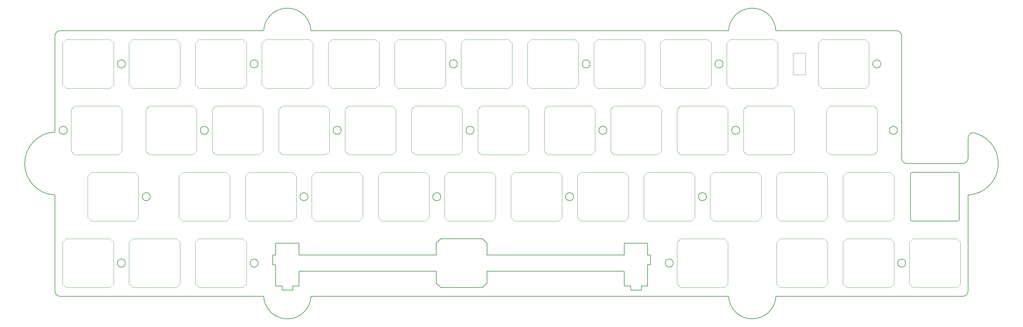
<source format=gbr>
%TF.GenerationSoftware,KiCad,Pcbnew,(7.0.0)*%
%TF.CreationDate,2024-03-29T18:45:50+01:00*%
%TF.ProjectId,plate 625u,706c6174-6520-4363-9235-752e6b696361,rev?*%
%TF.SameCoordinates,Original*%
%TF.FileFunction,Profile,NP*%
%FSLAX46Y46*%
G04 Gerber Fmt 4.6, Leading zero omitted, Abs format (unit mm)*
G04 Created by KiCad (PCBNEW (7.0.0)) date 2024-03-29 18:45:50*
%MOMM*%
%LPD*%
G01*
G04 APERTURE LIST*
%TA.AperFunction,Profile*%
%ADD10C,0.200000*%
%TD*%
%TA.AperFunction,Profile*%
%ADD11C,0.100000*%
%TD*%
%TA.AperFunction,Profile*%
%ADD12C,0.120000*%
%TD*%
G04 APERTURE END LIST*
D10*
X187471150Y-109251750D02*
X188334750Y-109251750D01*
X90050000Y-89693750D02*
G75*
G03*
X90050000Y-89693750I-1150000J0D01*
G01*
X75762500Y-108743750D02*
G75*
G03*
X75762500Y-108743750I-1150000J0D01*
G01*
X128144750Y-115743750D02*
X140142750Y-115743750D01*
X85667750Y-116516150D02*
X82619750Y-116516150D01*
X87471150Y-111043750D02*
X87471150Y-115347750D01*
X79952750Y-106457750D02*
X80816350Y-106457750D01*
X80816350Y-103054150D02*
X87471150Y-103054150D01*
X276875050Y-83193750D02*
G75*
G03*
X276375000Y-82693750I-500050J-50D01*
G01*
X224281999Y-42068750D02*
G75*
G03*
X210693001Y-42068750I-6794499J-322132D01*
G01*
X182619750Y-116516150D02*
X185667750Y-116516150D01*
X20993750Y-70643750D02*
G75*
G03*
X20993750Y-70643750I-1150000J0D01*
G01*
X82619750Y-116516150D02*
X82619750Y-115347750D01*
X185667750Y-115347750D02*
X187471150Y-115347750D01*
X213875000Y-70643750D02*
G75*
G03*
X213875000Y-70643750I-1150000J0D01*
G01*
X260350050Y-43568750D02*
G75*
G03*
X258850000Y-42068750I-1500050J-50D01*
G01*
X210693000Y-42068750D02*
X90932000Y-42068750D01*
X260349950Y-78668750D02*
G75*
G03*
X261850000Y-80168750I1500050J50D01*
G01*
X126843750Y-103045620D02*
X126842101Y-106444250D01*
X180816350Y-111043750D02*
X180816350Y-115347750D01*
X99575000Y-70643750D02*
G75*
G03*
X99575000Y-70643750I-1150000J0D01*
G01*
X279400000Y-116768750D02*
X279400000Y-89198450D01*
D11*
X229185478Y-48521594D02*
X232777022Y-48521594D01*
X232777022Y-48521594D02*
X232777022Y-54665906D01*
X232777022Y-54665906D02*
X229185478Y-54665906D01*
X229185478Y-54665906D02*
X229185478Y-48521594D01*
D10*
X126845399Y-111044120D02*
X126843750Y-114442750D01*
X132912500Y-51593750D02*
G75*
G03*
X132912500Y-51593750I-1150000J0D01*
G01*
X128150000Y-89693750D02*
G75*
G03*
X128150000Y-89693750I-1150000J0D01*
G01*
X209112500Y-51593750D02*
G75*
G03*
X209112500Y-51593750I-1150000J0D01*
G01*
X128144750Y-101743750D02*
X140142750Y-101743750D01*
X17462500Y-89198450D02*
X17462500Y-116768750D01*
X210693001Y-118268750D02*
G75*
G03*
X224281999Y-118268750I6794499J322132D01*
G01*
X85667750Y-115347750D02*
X85667750Y-116516150D01*
X260350000Y-78668750D02*
X260350000Y-43568750D01*
X61475000Y-70643750D02*
G75*
G03*
X61475000Y-70643750I-1150000J0D01*
G01*
X175775000Y-70643750D02*
G75*
G03*
X175775000Y-70643750I-1150000J0D01*
G01*
X37662500Y-51593750D02*
G75*
G03*
X37662500Y-51593750I-1150000J0D01*
G01*
X254356250Y-51593750D02*
G75*
G03*
X254356250Y-51593750I-1150000J0D01*
G01*
X18962500Y-42068750D02*
G75*
G03*
X17462500Y-43568750I0J-1500000D01*
G01*
X188334750Y-109251750D02*
X188334750Y-106457750D01*
X80816350Y-109251750D02*
X79952750Y-109251750D01*
X185667750Y-116516150D02*
X185667750Y-115347750D01*
X277900000Y-118268700D02*
G75*
G03*
X279400000Y-116768750I0J1500000D01*
G01*
X279400000Y-72864821D02*
X279400000Y-78668750D01*
X126845399Y-111044120D02*
X87471150Y-111043750D01*
X82619750Y-115347750D02*
X80816350Y-115347750D01*
X87471150Y-115347750D02*
X85667750Y-115347750D01*
X75762500Y-51593750D02*
G75*
G03*
X75762500Y-51593750I-1150000J0D01*
G01*
X141445399Y-111044120D02*
X141443750Y-114442750D01*
X180816350Y-106443750D02*
X141442101Y-106444250D01*
X141443750Y-103044750D02*
X141442101Y-106443380D01*
X90932000Y-118268750D02*
X210693000Y-118268750D01*
X281270026Y-71411156D02*
G75*
G03*
X279400000Y-72864821I-370026J-1453644D01*
G01*
X188334750Y-106457750D02*
X187471150Y-106457750D01*
X141445399Y-111044120D02*
X180816350Y-111043750D01*
X277900000Y-80168750D02*
X261850000Y-80168750D01*
X166250000Y-89693750D02*
G75*
G03*
X166250000Y-89693750I-1150000J0D01*
G01*
X37662500Y-108743750D02*
G75*
G03*
X37662500Y-108743750I-1150000J0D01*
G01*
X18962500Y-118268750D02*
X77343000Y-118268750D01*
X187471150Y-106457750D02*
X187471150Y-103054150D01*
X182619750Y-115347750D02*
X182619750Y-116516150D01*
X79952750Y-109251750D02*
X79952750Y-106457750D01*
X262874950Y-96193750D02*
G75*
G03*
X263375000Y-96693750I500050J50D01*
G01*
X279400000Y-89198450D02*
G75*
G03*
X281270021Y-71411175I-359190J9029700D01*
G01*
X141443750Y-114442750D02*
X140142750Y-115743750D01*
X17462500Y-43568750D02*
X17462500Y-71139050D01*
X90931999Y-42068750D02*
G75*
G03*
X77343001Y-42068750I-6794499J-322132D01*
G01*
X80816350Y-106457750D02*
X80816350Y-103054150D01*
X276875000Y-96193750D02*
X276875000Y-83193750D01*
X141443750Y-103044750D02*
X140142750Y-101743750D01*
X187471150Y-115347750D02*
X187471150Y-109251750D01*
X77343001Y-118268750D02*
G75*
G03*
X90931999Y-118268750I6794499J322132D01*
G01*
X263375000Y-82693800D02*
G75*
G03*
X262875000Y-83193750I0J-500000D01*
G01*
X276375000Y-82693750D02*
X263375000Y-82693750D01*
X126843750Y-114442750D02*
X128144750Y-115743750D01*
X262875000Y-83193750D02*
X262875000Y-96193750D01*
X87471150Y-106443750D02*
X126842101Y-106444250D01*
X171012500Y-51593750D02*
G75*
G03*
X171012500Y-51593750I-1150000J0D01*
G01*
X80816350Y-115347750D02*
X80816350Y-109251750D01*
X194825000Y-108743750D02*
G75*
G03*
X194825000Y-108743750I-1150000J0D01*
G01*
X259118750Y-70643750D02*
G75*
G03*
X259118750Y-70643750I-1150000J0D01*
G01*
X77343000Y-42068750D02*
X18962500Y-42068750D01*
X261500000Y-108743750D02*
G75*
G03*
X261500000Y-108743750I-1150000J0D01*
G01*
X224282000Y-118268750D02*
X277900000Y-118268750D01*
X87471150Y-103054150D02*
X87471150Y-106443750D01*
X276375000Y-96693700D02*
G75*
G03*
X276875000Y-96193750I0J500000D01*
G01*
X126843750Y-103044750D02*
X128144750Y-101743750D01*
X187471150Y-103054150D02*
X180816350Y-103054150D01*
X17462500Y-71139050D02*
G75*
G03*
X17462500Y-89198450I359190J-9029700D01*
G01*
X180816350Y-103054150D02*
X180816350Y-106443750D01*
X17462450Y-116768750D02*
G75*
G03*
X18962500Y-118268750I1500050J50D01*
G01*
X277900000Y-80168700D02*
G75*
G03*
X279400000Y-78668750I0J1500000D01*
G01*
X180816350Y-115347750D02*
X182619750Y-115347750D01*
X44806250Y-89693750D02*
G75*
G03*
X44806250Y-89693750I-1150000J0D01*
G01*
X258850000Y-42068750D02*
X224282000Y-42068750D01*
X137675000Y-70643750D02*
G75*
G03*
X137675000Y-70643750I-1150000J0D01*
G01*
X204350000Y-89693750D02*
G75*
G03*
X204350000Y-89693750I-1150000J0D01*
G01*
X263375000Y-96693750D02*
X276375000Y-96693750D01*
D12*
%TO.C,REF\u002A\u002A*%
X236381250Y-45593750D02*
X236381250Y-57593750D01*
X236381250Y-57593750D02*
X237381250Y-58593750D01*
X237381250Y-44593750D02*
X236381250Y-45593750D01*
X237381250Y-58593750D02*
X249981250Y-58593750D01*
X249981250Y-44593750D02*
X237381250Y-44593750D01*
X249981250Y-44593750D02*
X250981250Y-45593750D01*
X249981250Y-58593750D02*
X250981250Y-57593750D01*
X250981250Y-57593750D02*
X250981250Y-45593750D01*
X81600000Y-64643750D02*
X81600000Y-76643750D01*
X81600000Y-76643750D02*
X82600000Y-77643750D01*
X82600000Y-63643750D02*
X81600000Y-64643750D01*
X82600000Y-77643750D02*
X95200000Y-77643750D01*
X95200000Y-63643750D02*
X82600000Y-63643750D01*
X95200000Y-63643750D02*
X96200000Y-64643750D01*
X95200000Y-77643750D02*
X96200000Y-76643750D01*
X96200000Y-76643750D02*
X96200000Y-64643750D01*
X157800000Y-64643750D02*
X157800000Y-76643750D01*
X157800000Y-76643750D02*
X158800000Y-77643750D01*
X158800000Y-63643750D02*
X157800000Y-64643750D01*
X158800000Y-77643750D02*
X171400000Y-77643750D01*
X171400000Y-63643750D02*
X158800000Y-63643750D01*
X171400000Y-63643750D02*
X172400000Y-64643750D01*
X171400000Y-77643750D02*
X172400000Y-76643750D01*
X172400000Y-76643750D02*
X172400000Y-64643750D01*
X22068750Y-64643750D02*
X22068750Y-76643750D01*
X22068750Y-76643750D02*
X23068750Y-77643750D01*
X23068750Y-63643750D02*
X22068750Y-64643750D01*
X23068750Y-77643750D02*
X35668750Y-77643750D01*
X35668750Y-63643750D02*
X23068750Y-63643750D01*
X35668750Y-63643750D02*
X36668750Y-64643750D01*
X35668750Y-77643750D02*
X36668750Y-76643750D01*
X36668750Y-76643750D02*
X36668750Y-64643750D01*
X38737500Y-45593750D02*
X38737500Y-57593750D01*
X38737500Y-57593750D02*
X39737500Y-58593750D01*
X39737500Y-44593750D02*
X38737500Y-45593750D01*
X39737500Y-58593750D02*
X52337500Y-58593750D01*
X52337500Y-44593750D02*
X39737500Y-44593750D01*
X52337500Y-44593750D02*
X53337500Y-45593750D01*
X52337500Y-58593750D02*
X53337500Y-57593750D01*
X53337500Y-57593750D02*
X53337500Y-45593750D01*
X205425000Y-83693750D02*
X205425000Y-95693750D01*
X205425000Y-95693750D02*
X206425000Y-96693750D01*
X206425000Y-82693750D02*
X205425000Y-83693750D01*
X206425000Y-96693750D02*
X219025000Y-96693750D01*
X219025000Y-82693750D02*
X206425000Y-82693750D01*
X219025000Y-82693750D02*
X220025000Y-83693750D01*
X219025000Y-96693750D02*
X220025000Y-95693750D01*
X220025000Y-95693750D02*
X220025000Y-83693750D01*
X138750000Y-64643750D02*
X138750000Y-76643750D01*
X138750000Y-76643750D02*
X139750000Y-77643750D01*
X139750000Y-63643750D02*
X138750000Y-64643750D01*
X139750000Y-77643750D02*
X152350000Y-77643750D01*
X152350000Y-63643750D02*
X139750000Y-63643750D01*
X152350000Y-63643750D02*
X153350000Y-64643750D01*
X152350000Y-77643750D02*
X153350000Y-76643750D01*
X153350000Y-76643750D02*
X153350000Y-64643750D01*
X210187500Y-45593750D02*
X210187500Y-57593750D01*
X210187500Y-57593750D02*
X211187500Y-58593750D01*
X211187500Y-44593750D02*
X210187500Y-45593750D01*
X211187500Y-58593750D02*
X223787500Y-58593750D01*
X223787500Y-44593750D02*
X211187500Y-44593750D01*
X223787500Y-44593750D02*
X224787500Y-45593750D01*
X223787500Y-58593750D02*
X224787500Y-57593750D01*
X224787500Y-57593750D02*
X224787500Y-45593750D01*
X38737500Y-102743750D02*
X38737500Y-114743750D01*
X38737500Y-114743750D02*
X39737500Y-115743750D01*
X39737500Y-101743750D02*
X38737500Y-102743750D01*
X39737500Y-115743750D02*
X52337500Y-115743750D01*
X52337500Y-101743750D02*
X39737500Y-101743750D01*
X52337500Y-101743750D02*
X53337500Y-102743750D01*
X52337500Y-115743750D02*
X53337500Y-114743750D01*
X53337500Y-114743750D02*
X53337500Y-102743750D01*
X119700000Y-64643750D02*
X119700000Y-76643750D01*
X119700000Y-76643750D02*
X120700000Y-77643750D01*
X120700000Y-63643750D02*
X119700000Y-64643750D01*
X120700000Y-77643750D02*
X133300000Y-77643750D01*
X133300000Y-63643750D02*
X120700000Y-63643750D01*
X133300000Y-63643750D02*
X134300000Y-64643750D01*
X133300000Y-77643750D02*
X134300000Y-76643750D01*
X134300000Y-76643750D02*
X134300000Y-64643750D01*
X167325000Y-83693750D02*
X167325000Y-95693750D01*
X167325000Y-95693750D02*
X168325000Y-96693750D01*
X168325000Y-82693750D02*
X167325000Y-83693750D01*
X168325000Y-96693750D02*
X180925000Y-96693750D01*
X180925000Y-82693750D02*
X168325000Y-82693750D01*
X180925000Y-82693750D02*
X181925000Y-83693750D01*
X180925000Y-96693750D02*
X181925000Y-95693750D01*
X181925000Y-95693750D02*
X181925000Y-83693750D01*
X224475000Y-83693750D02*
X224475000Y-95693750D01*
X224475000Y-95693750D02*
X225475000Y-96693750D01*
X225475000Y-82693750D02*
X224475000Y-83693750D01*
X225475000Y-96693750D02*
X238075000Y-96693750D01*
X238075000Y-82693750D02*
X225475000Y-82693750D01*
X238075000Y-82693750D02*
X239075000Y-83693750D01*
X238075000Y-96693750D02*
X239075000Y-95693750D01*
X239075000Y-95693750D02*
X239075000Y-83693750D01*
X195900000Y-102743750D02*
X195900000Y-114743750D01*
X195900000Y-114743750D02*
X196900000Y-115743750D01*
X196900000Y-101743750D02*
X195900000Y-102743750D01*
X196900000Y-115743750D02*
X209500000Y-115743750D01*
X209500000Y-101743750D02*
X196900000Y-101743750D01*
X209500000Y-101743750D02*
X210500000Y-102743750D01*
X209500000Y-115743750D02*
X210500000Y-114743750D01*
X210500000Y-114743750D02*
X210500000Y-102743750D01*
X19687500Y-102743750D02*
X19687500Y-114743750D01*
X19687500Y-114743750D02*
X20687500Y-115743750D01*
X20687500Y-101743750D02*
X19687500Y-102743750D01*
X20687500Y-115743750D02*
X33287500Y-115743750D01*
X33287500Y-101743750D02*
X20687500Y-101743750D01*
X33287500Y-101743750D02*
X34287500Y-102743750D01*
X33287500Y-115743750D02*
X34287500Y-114743750D01*
X34287500Y-114743750D02*
X34287500Y-102743750D01*
X243525000Y-102743750D02*
X243525000Y-114743750D01*
X243525000Y-114743750D02*
X244525000Y-115743750D01*
X244525000Y-101743750D02*
X243525000Y-102743750D01*
X244525000Y-115743750D02*
X257125000Y-115743750D01*
X257125000Y-101743750D02*
X244525000Y-101743750D01*
X257125000Y-101743750D02*
X258125000Y-102743750D01*
X257125000Y-115743750D02*
X258125000Y-114743750D01*
X258125000Y-114743750D02*
X258125000Y-102743750D01*
X186375000Y-83693750D02*
X186375000Y-95693750D01*
X186375000Y-95693750D02*
X187375000Y-96693750D01*
X187375000Y-82693750D02*
X186375000Y-83693750D01*
X187375000Y-96693750D02*
X199975000Y-96693750D01*
X199975000Y-82693750D02*
X187375000Y-82693750D01*
X199975000Y-82693750D02*
X200975000Y-83693750D01*
X199975000Y-96693750D02*
X200975000Y-95693750D01*
X200975000Y-95693750D02*
X200975000Y-83693750D01*
X57787500Y-45593750D02*
X57787500Y-57593750D01*
X57787500Y-57593750D02*
X58787500Y-58593750D01*
X58787500Y-44593750D02*
X57787500Y-45593750D01*
X58787500Y-58593750D02*
X71387500Y-58593750D01*
X71387500Y-44593750D02*
X58787500Y-44593750D01*
X71387500Y-44593750D02*
X72387500Y-45593750D01*
X71387500Y-58593750D02*
X72387500Y-57593750D01*
X72387500Y-57593750D02*
X72387500Y-45593750D01*
X172087500Y-45593750D02*
X172087500Y-57593750D01*
X172087500Y-57593750D02*
X173087500Y-58593750D01*
X173087500Y-44593750D02*
X172087500Y-45593750D01*
X173087500Y-58593750D02*
X185687500Y-58593750D01*
X185687500Y-44593750D02*
X173087500Y-44593750D01*
X185687500Y-44593750D02*
X186687500Y-45593750D01*
X185687500Y-58593750D02*
X186687500Y-57593750D01*
X186687500Y-57593750D02*
X186687500Y-45593750D01*
X214950000Y-64643750D02*
X214950000Y-76643750D01*
X214950000Y-76643750D02*
X215950000Y-77643750D01*
X215950000Y-63643750D02*
X214950000Y-64643750D01*
X215950000Y-77643750D02*
X228550000Y-77643750D01*
X228550000Y-63643750D02*
X215950000Y-63643750D01*
X228550000Y-63643750D02*
X229550000Y-64643750D01*
X228550000Y-77643750D02*
X229550000Y-76643750D01*
X229550000Y-76643750D02*
X229550000Y-64643750D01*
X26831250Y-83693750D02*
X26831250Y-95693750D01*
X26831250Y-95693750D02*
X27831250Y-96693750D01*
X27831250Y-82693750D02*
X26831250Y-83693750D01*
X27831250Y-96693750D02*
X40431250Y-96693750D01*
X40431250Y-82693750D02*
X27831250Y-82693750D01*
X40431250Y-82693750D02*
X41431250Y-83693750D01*
X40431250Y-96693750D02*
X41431250Y-95693750D01*
X41431250Y-95693750D02*
X41431250Y-83693750D01*
X191137500Y-45593750D02*
X191137500Y-57593750D01*
X191137500Y-57593750D02*
X192137500Y-58593750D01*
X192137500Y-44593750D02*
X191137500Y-45593750D01*
X192137500Y-58593750D02*
X204737500Y-58593750D01*
X204737500Y-44593750D02*
X192137500Y-44593750D01*
X204737500Y-44593750D02*
X205737500Y-45593750D01*
X204737500Y-58593750D02*
X205737500Y-57593750D01*
X205737500Y-57593750D02*
X205737500Y-45593750D01*
X19687500Y-45593750D02*
X19687500Y-57593750D01*
X19687500Y-57593750D02*
X20687500Y-58593750D01*
X20687500Y-44593750D02*
X19687500Y-45593750D01*
X20687500Y-58593750D02*
X33287500Y-58593750D01*
X33287500Y-44593750D02*
X20687500Y-44593750D01*
X33287500Y-44593750D02*
X34287500Y-45593750D01*
X33287500Y-58593750D02*
X34287500Y-57593750D01*
X34287500Y-57593750D02*
X34287500Y-45593750D01*
X43500000Y-64643750D02*
X43500000Y-76643750D01*
X43500000Y-76643750D02*
X44500000Y-77643750D01*
X44500000Y-63643750D02*
X43500000Y-64643750D01*
X44500000Y-77643750D02*
X57100000Y-77643750D01*
X57100000Y-63643750D02*
X44500000Y-63643750D01*
X57100000Y-63643750D02*
X58100000Y-64643750D01*
X57100000Y-77643750D02*
X58100000Y-76643750D01*
X58100000Y-76643750D02*
X58100000Y-64643750D01*
X262575000Y-102743750D02*
X262575000Y-114743750D01*
X262575000Y-114743750D02*
X263575000Y-115743750D01*
X263575000Y-101743750D02*
X262575000Y-102743750D01*
X263575000Y-115743750D02*
X276175000Y-115743750D01*
X276175000Y-101743750D02*
X263575000Y-101743750D01*
X276175000Y-101743750D02*
X277175000Y-102743750D01*
X276175000Y-115743750D02*
X277175000Y-114743750D01*
X277175000Y-114743750D02*
X277175000Y-102743750D01*
X243525000Y-83693750D02*
X243525000Y-95693750D01*
X243525000Y-95693750D02*
X244525000Y-96693750D01*
X244525000Y-82693750D02*
X243525000Y-83693750D01*
X244525000Y-96693750D02*
X257125000Y-96693750D01*
X257125000Y-82693750D02*
X244525000Y-82693750D01*
X257125000Y-82693750D02*
X258125000Y-83693750D01*
X257125000Y-96693750D02*
X258125000Y-95693750D01*
X258125000Y-95693750D02*
X258125000Y-83693750D01*
X57787500Y-102743750D02*
X57787500Y-114743750D01*
X57787500Y-114743750D02*
X58787500Y-115743750D01*
X58787500Y-101743750D02*
X57787500Y-102743750D01*
X58787500Y-115743750D02*
X71387500Y-115743750D01*
X71387500Y-101743750D02*
X58787500Y-101743750D01*
X71387500Y-101743750D02*
X72387500Y-102743750D01*
X71387500Y-115743750D02*
X72387500Y-114743750D01*
X72387500Y-114743750D02*
X72387500Y-102743750D01*
X62550000Y-64643750D02*
X62550000Y-76643750D01*
X62550000Y-76643750D02*
X63550000Y-77643750D01*
X63550000Y-63643750D02*
X62550000Y-64643750D01*
X63550000Y-77643750D02*
X76150000Y-77643750D01*
X76150000Y-63643750D02*
X63550000Y-63643750D01*
X76150000Y-63643750D02*
X77150000Y-64643750D01*
X76150000Y-77643750D02*
X77150000Y-76643750D01*
X77150000Y-76643750D02*
X77150000Y-64643750D01*
X153037500Y-45593750D02*
X153037500Y-57593750D01*
X153037500Y-57593750D02*
X154037500Y-58593750D01*
X154037500Y-44593750D02*
X153037500Y-45593750D01*
X154037500Y-58593750D02*
X166637500Y-58593750D01*
X166637500Y-44593750D02*
X154037500Y-44593750D01*
X166637500Y-44593750D02*
X167637500Y-45593750D01*
X166637500Y-58593750D02*
X167637500Y-57593750D01*
X167637500Y-57593750D02*
X167637500Y-45593750D01*
X148275000Y-83693750D02*
X148275000Y-95693750D01*
X148275000Y-95693750D02*
X149275000Y-96693750D01*
X149275000Y-82693750D02*
X148275000Y-83693750D01*
X149275000Y-96693750D02*
X161875000Y-96693750D01*
X161875000Y-82693750D02*
X149275000Y-82693750D01*
X161875000Y-82693750D02*
X162875000Y-83693750D01*
X161875000Y-96693750D02*
X162875000Y-95693750D01*
X162875000Y-95693750D02*
X162875000Y-83693750D01*
X133987500Y-45593750D02*
X133987500Y-57593750D01*
X133987500Y-57593750D02*
X134987500Y-58593750D01*
X134987500Y-44593750D02*
X133987500Y-45593750D01*
X134987500Y-58593750D02*
X147587500Y-58593750D01*
X147587500Y-44593750D02*
X134987500Y-44593750D01*
X147587500Y-44593750D02*
X148587500Y-45593750D01*
X147587500Y-58593750D02*
X148587500Y-57593750D01*
X148587500Y-57593750D02*
X148587500Y-45593750D01*
X238762500Y-64643750D02*
X238762500Y-76643750D01*
X238762500Y-76643750D02*
X239762500Y-77643750D01*
X239762500Y-63643750D02*
X238762500Y-64643750D01*
X239762500Y-77643750D02*
X252362500Y-77643750D01*
X252362500Y-63643750D02*
X239762500Y-63643750D01*
X252362500Y-63643750D02*
X253362500Y-64643750D01*
X252362500Y-77643750D02*
X253362500Y-76643750D01*
X253362500Y-76643750D02*
X253362500Y-64643750D01*
X100650000Y-64643750D02*
X100650000Y-76643750D01*
X100650000Y-76643750D02*
X101650000Y-77643750D01*
X101650000Y-63643750D02*
X100650000Y-64643750D01*
X101650000Y-77643750D02*
X114250000Y-77643750D01*
X114250000Y-63643750D02*
X101650000Y-63643750D01*
X114250000Y-63643750D02*
X115250000Y-64643750D01*
X114250000Y-77643750D02*
X115250000Y-76643750D01*
X115250000Y-76643750D02*
X115250000Y-64643750D01*
X110175000Y-83693750D02*
X110175000Y-95693750D01*
X110175000Y-95693750D02*
X111175000Y-96693750D01*
X111175000Y-82693750D02*
X110175000Y-83693750D01*
X111175000Y-96693750D02*
X123775000Y-96693750D01*
X123775000Y-82693750D02*
X111175000Y-82693750D01*
X123775000Y-82693750D02*
X124775000Y-83693750D01*
X123775000Y-96693750D02*
X124775000Y-95693750D01*
X124775000Y-95693750D02*
X124775000Y-83693750D01*
X114937500Y-45593750D02*
X114937500Y-57593750D01*
X114937500Y-57593750D02*
X115937500Y-58593750D01*
X115937500Y-44593750D02*
X114937500Y-45593750D01*
X115937500Y-58593750D02*
X128537500Y-58593750D01*
X128537500Y-44593750D02*
X115937500Y-44593750D01*
X128537500Y-44593750D02*
X129537500Y-45593750D01*
X128537500Y-58593750D02*
X129537500Y-57593750D01*
X129537500Y-57593750D02*
X129537500Y-45593750D01*
X91125000Y-83693750D02*
X91125000Y-95693750D01*
X91125000Y-95693750D02*
X92125000Y-96693750D01*
X92125000Y-82693750D02*
X91125000Y-83693750D01*
X92125000Y-96693750D02*
X104725000Y-96693750D01*
X104725000Y-82693750D02*
X92125000Y-82693750D01*
X104725000Y-82693750D02*
X105725000Y-83693750D01*
X104725000Y-96693750D02*
X105725000Y-95693750D01*
X105725000Y-95693750D02*
X105725000Y-83693750D01*
X72075000Y-83693750D02*
X72075000Y-95693750D01*
X72075000Y-95693750D02*
X73075000Y-96693750D01*
X73075000Y-82693750D02*
X72075000Y-83693750D01*
X73075000Y-96693750D02*
X85675000Y-96693750D01*
X85675000Y-82693750D02*
X73075000Y-82693750D01*
X85675000Y-82693750D02*
X86675000Y-83693750D01*
X85675000Y-96693750D02*
X86675000Y-95693750D01*
X86675000Y-95693750D02*
X86675000Y-83693750D01*
X53025000Y-83693750D02*
X53025000Y-95693750D01*
X53025000Y-95693750D02*
X54025000Y-96693750D01*
X54025000Y-82693750D02*
X53025000Y-83693750D01*
X54025000Y-96693750D02*
X66625000Y-96693750D01*
X66625000Y-82693750D02*
X54025000Y-82693750D01*
X66625000Y-82693750D02*
X67625000Y-83693750D01*
X66625000Y-96693750D02*
X67625000Y-95693750D01*
X67625000Y-95693750D02*
X67625000Y-83693750D01*
X76837500Y-45593750D02*
X76837500Y-57593750D01*
X76837500Y-57593750D02*
X77837500Y-58593750D01*
X77837500Y-44593750D02*
X76837500Y-45593750D01*
X77837500Y-58593750D02*
X90437500Y-58593750D01*
X90437500Y-44593750D02*
X77837500Y-44593750D01*
X90437500Y-44593750D02*
X91437500Y-45593750D01*
X90437500Y-58593750D02*
X91437500Y-57593750D01*
X91437500Y-57593750D02*
X91437500Y-45593750D01*
X195900000Y-64643750D02*
X195900000Y-76643750D01*
X195900000Y-76643750D02*
X196900000Y-77643750D01*
X196900000Y-63643750D02*
X195900000Y-64643750D01*
X196900000Y-77643750D02*
X209500000Y-77643750D01*
X209500000Y-63643750D02*
X196900000Y-63643750D01*
X209500000Y-63643750D02*
X210500000Y-64643750D01*
X209500000Y-77643750D02*
X210500000Y-76643750D01*
X210500000Y-76643750D02*
X210500000Y-64643750D01*
X224475000Y-102743750D02*
X224475000Y-114743750D01*
X224475000Y-114743750D02*
X225475000Y-115743750D01*
X225475000Y-101743750D02*
X224475000Y-102743750D01*
X225475000Y-115743750D02*
X238075000Y-115743750D01*
X238075000Y-101743750D02*
X225475000Y-101743750D01*
X238075000Y-101743750D02*
X239075000Y-102743750D01*
X238075000Y-115743750D02*
X239075000Y-114743750D01*
X239075000Y-114743750D02*
X239075000Y-102743750D01*
X95887500Y-45593750D02*
X95887500Y-57593750D01*
X95887500Y-57593750D02*
X96887500Y-58593750D01*
X96887500Y-44593750D02*
X95887500Y-45593750D01*
X96887500Y-58593750D02*
X109487500Y-58593750D01*
X109487500Y-44593750D02*
X96887500Y-44593750D01*
X109487500Y-44593750D02*
X110487500Y-45593750D01*
X109487500Y-58593750D02*
X110487500Y-57593750D01*
X110487500Y-57593750D02*
X110487500Y-45593750D01*
X176850000Y-64643750D02*
X176850000Y-76643750D01*
X176850000Y-76643750D02*
X177850000Y-77643750D01*
X177850000Y-63643750D02*
X176850000Y-64643750D01*
X177850000Y-77643750D02*
X190450000Y-77643750D01*
X190450000Y-63643750D02*
X177850000Y-63643750D01*
X190450000Y-63643750D02*
X191450000Y-64643750D01*
X190450000Y-77643750D02*
X191450000Y-76643750D01*
X191450000Y-76643750D02*
X191450000Y-64643750D01*
X129225000Y-83693750D02*
X129225000Y-95693750D01*
X129225000Y-95693750D02*
X130225000Y-96693750D01*
X130225000Y-82693750D02*
X129225000Y-83693750D01*
X130225000Y-96693750D02*
X142825000Y-96693750D01*
X142825000Y-82693750D02*
X130225000Y-82693750D01*
X142825000Y-82693750D02*
X143825000Y-83693750D01*
X142825000Y-96693750D02*
X143825000Y-95693750D01*
X143825000Y-95693750D02*
X143825000Y-83693750D01*
%TD*%
M02*

</source>
